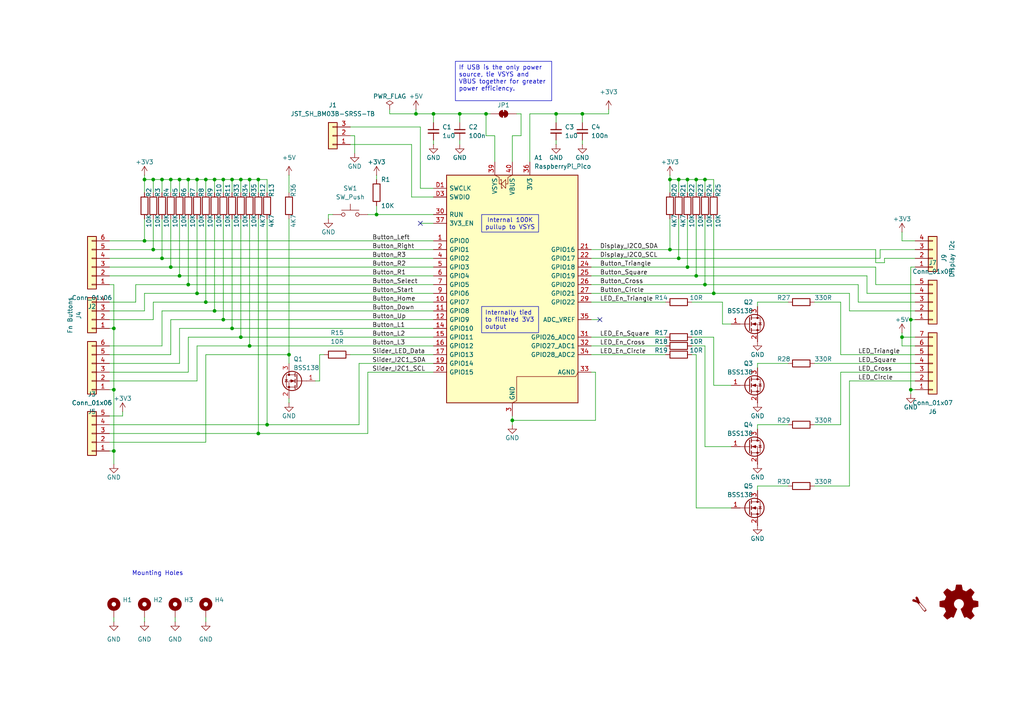
<source format=kicad_sch>
(kicad_sch (version 20250114) (generator "eeschema") (generator_version "9.0")
  (paper "A4")
  (title_block (title "DivaConIO") (date "2025-09-06") (rev "1.0") (company "Alexander Knapik"))
  (lib_symbols
    (symbol "Connector_Generic:Conn_01x03" (pin_names (offset 1.016) (hide yes))
      (property "Reference" "J" (at 0 5.08 0))
      (property "Value" "Conn_01x03" (at 0 -5.08 0))
      (symbol "Conn_01x03_1_1"
        (pin passive line (at -5.08 2.54 0) (length 3.81) (name "Pin_1") (number "1"))
        (pin passive line (at -5.08 0 0) (length 3.81) (name "Pin_2") (number "2"))
        (pin passive line (at -5.08 -2.54 0) (length 3.81) (name "Pin_3") (number "3"))
      )
    )
    (symbol "Connector_Generic:Conn_01x04" (pin_names (offset 1.016) (hide yes))
      (property "Reference" "J" (at 0 5.08 0))
      (property "Value" "Conn_01x04" (at 0 -7.62 0))
      (symbol "Conn_01x04_1_1"
        (pin passive line (at -5.08 2.54 0) (length 3.81) (name "Pin_1") (number "1"))
        (pin passive line (at -5.08 0 0) (length 3.81) (name "Pin_2") (number "2"))
        (pin passive line (at -5.08 -2.54 0) (length 3.81) (name "Pin_3") (number "3"))
        (pin passive line (at -5.08 -5.08 0) (length 3.81) (name "Pin_4") (number "4"))
      )
    )
    (symbol "Connector_Generic:Conn_01x05" (pin_names (offset 1.016) (hide yes))
      (property "Reference" "J" (at 0 7.62 0))
      (property "Value" "Conn_01x05" (at 0 -7.62 0))
      (symbol "Conn_01x05_1_1"
        (pin passive line (at -5.08 5.08 0) (length 3.81) (name "Pin_1") (number "1"))
        (pin passive line (at -5.08 2.54 0) (length 3.81) (name "Pin_2") (number "2"))
        (pin passive line (at -5.08 0 0) (length 3.81) (name "Pin_3") (number "3"))
        (pin passive line (at -5.08 -2.54 0) (length 3.81) (name "Pin_4") (number "4"))
        (pin passive line (at -5.08 -5.08 0) (length 3.81) (name "Pin_5") (number "5"))
      )
    )
    (symbol "Connector_Generic:Conn_01x06" (pin_names (offset 1.016) (hide yes))
      (property "Reference" "J" (at 0 7.62 0))
      (property "Value" "Conn_01x06" (at 0 -10.16 0))
      (symbol "Conn_01x06_1_1"
        (pin passive line (at -5.08 5.08 0) (length 3.81) (name "Pin_1") (number "1"))
        (pin passive line (at -5.08 2.54 0) (length 3.81) (name "Pin_2") (number "2"))
        (pin passive line (at -5.08 0 0) (length 3.81) (name "Pin_3") (number "3"))
        (pin passive line (at -5.08 -2.54 0) (length 3.81) (name "Pin_4") (number "4"))
        (pin passive line (at -5.08 -5.08 0) (length 3.81) (name "Pin_5") (number "5"))
        (pin passive line (at -5.08 -7.62 0) (length 3.81) (name "Pin_6") (number "6"))
      )
    )
    (symbol "Connector_Generic:Conn_01x07" (pin_names (offset 1.016) (hide yes))
      (property "Reference" "J" (at 0 10.16 0))
      (property "Value" "Conn_01x07" (at 0 -10.16 0))
      (symbol "Conn_01x07_1_1"
        (pin passive line (at -5.08 7.62 0) (length 3.81) (name "Pin_1") (number "1"))
        (pin passive line (at -5.08 5.08 0) (length 3.81) (name "Pin_2") (number "2"))
        (pin passive line (at -5.08 2.54 0) (length 3.81) (name "Pin_3") (number "3"))
        (pin passive line (at -5.08 0 0) (length 3.81) (name "Pin_4") (number "4"))
        (pin passive line (at -5.08 -2.54 0) (length 3.81) (name "Pin_5") (number "5"))
        (pin passive line (at -5.08 -5.08 0) (length 3.81) (name "Pin_6") (number "6"))
        (pin passive line (at -5.08 -7.62 0) (length 3.81) (name "Pin_7") (number "7"))
      )
    )
    (symbol "CustomLogos:Leek" (pin_names (offset 1.016)) (in_bom no) (on_board no))
    (symbol "Device:C_Small" (pin_numbers (hide yes)) (pin_names (offset 0.254) (hide yes))
      (property "Reference" "C" (at 0.254 1.778 0))
      (property "Value" "C_Small" (at 0.254 -2.032 0))
      (symbol "C_Small_1_1"
        (pin passive line (at 0 2.54 270) (length 2.032) (name "~") (number "1"))
        (pin passive line (at 0 -2.54 90) (length 2.032) (name "~") (number "2"))
      )
    )
    (symbol "Device:R" (pin_numbers (hide yes)) (pin_names (offset 0))
      (property "Reference" "R" (at 2.032 0 90))
      (property "Value" "R" (at 0 0 90))
      (symbol "R_1_1"
        (pin passive line (at 0 3.81 270) (length 1.27) (name "~") (number "1"))
        (pin passive line (at 0 -3.81 90) (length 1.27) (name "~") (number "2"))
      )
    )
    (symbol "Graphic:Logo_Open_Hardware_Small" (in_bom no) (on_board no))
    (symbol "MCU_Module:RaspberryPi_Pico_Debug" (pin_names (offset 0.762))
      (property "Reference" "A" (at -19.05 35.56 0))
      (property "Value" "RaspberryPi_Pico" (at 7.62 35.56 0))
      (symbol "RaspberryPi_Pico_Debug_1_1"
        (pin input line (at -22.86 30.48 0) (length 3.81) (name "SWCLK") (number "D1"))
        (pin bidirectional line (at -22.86 27.94 0) (length 3.81) (name "SWDIO") (number "D3"))
        (pin passive line (at -22.86 22.86 0) (length 3.81) (name "RUN") (number "30"))
        (pin passive line (at -22.86 20.32 0) (length 3.81) (name "3V3_EN") (number "37"))
        (pin bidirectional line (at -22.86 15.24 0) (length 3.81) (name "GPIO0") (number "1"))
        (pin bidirectional line (at -22.86 12.7 0) (length 3.81) (name "GPIO1") (number "2"))
        (pin bidirectional line (at -22.86 10.16 0) (length 3.81) (name "GPIO2") (number "4"))
        (pin bidirectional line (at -22.86 7.62 0) (length 3.81) (name "GPIO3") (number "5"))
        (pin bidirectional line (at -22.86 5.08 0) (length 3.81) (name "GPIO4") (number "6"))
        (pin bidirectional line (at -22.86 2.54 0) (length 3.81) (name "GPIO5") (number "7"))
        (pin bidirectional line (at -22.86 0 0) (length 3.81) (name "GPIO6") (number "9"))
        (pin bidirectional line (at -22.86 -2.54 0) (length 3.81) (name "GPIO7") (number "10"))
        (pin bidirectional line (at -22.86 -5.08 0) (length 3.81) (name "GPIO8") (number "11"))
        (pin bidirectional line (at -22.86 -7.62 0) (length 3.81) (name "GPIO9") (number "12"))
        (pin bidirectional line (at -22.86 -10.16 0) (length 3.81) (name "GPIO10") (number "14"))
        (pin bidirectional line (at -22.86 -12.7 0) (length 3.81) (name "GPIO11") (number "15"))
        (pin bidirectional line (at -22.86 -15.24 0) (length 3.81) (name "GPIO12") (number "16"))
        (pin bidirectional line (at -22.86 -17.78 0) (length 3.81) (name "GPIO13") (number "17"))
        (pin bidirectional line (at -22.86 -20.32 0) (length 3.81) (name "GPIO14") (number "19"))
        (pin bidirectional line (at -22.86 -22.86 0) (length 3.81) (name "GPIO15") (number "20"))
        (pin power_in line (at -5.08 38.1 270) (length 3.81) (name "VSYS") (number "39"))
        (pin power_out line (at 0 38.1 270) (length 3.81) (name "VBUS") (number "40"))
        (pin passive line (at 0 -35.56 90) (length 3.81) (hide yes) (name "GND") (number "13"))
        (pin passive line (at 0 -35.56 90) (length 3.81) (hide yes) (name "GND") (number "18"))
        (pin passive line (at 0 -35.56 90) (length 3.81) (hide yes) (name "GND") (number "23"))
        (pin passive line (at 0 -35.56 90) (length 3.81) (hide yes) (name "GND") (number "28"))
        (pin power_out line (at 0 -35.56 90) (length 3.81) (name "GND") (number "3"))
        (pin passive line (at 0 -35.56 90) (length 3.81) (hide yes) (name "GND") (number "38"))
        (pin passive line (at 0 -35.56 90) (length 3.81) (hide yes) (name "GND") (number "8"))
        (pin passive line (at 0 -35.56 90) (length 3.81) (hide yes) (name "GND") (number "D2"))
        (pin power_out line (at 5.08 38.1 270) (length 3.81) (name "3V3") (number "36"))
        (pin bidirectional line (at 22.86 12.7 180) (length 3.81) (name "GPIO16") (number "21"))
        (pin bidirectional line (at 22.86 10.16 180) (length 3.81) (name "GPIO17") (number "22"))
        (pin bidirectional line (at 22.86 7.62 180) (length 3.81) (name "GPIO18") (number "24"))
        (pin bidirectional line (at 22.86 5.08 180) (length 3.81) (name "GPIO19") (number "25"))
        (pin bidirectional line (at 22.86 2.54 180) (length 3.81) (name "GPIO20") (number "26"))
        (pin bidirectional line (at 22.86 0 180) (length 3.81) (name "GPIO21") (number "27"))
        (pin bidirectional line (at 22.86 -2.54 180) (length 3.81) (name "GPIO22") (number "29"))
        (pin power_in line (at 22.86 -7.62 180) (length 3.81) (name "ADC_VREF") (number "35"))
        (pin bidirectional line (at 22.86 -12.7 180) (length 3.81) (name "GPIO26_ADC0") (number "31"))
        (pin bidirectional line (at 22.86 -15.24 180) (length 3.81) (name "GPIO27_ADC1") (number "32"))
        (pin bidirectional line (at 22.86 -17.78 180) (length 3.81) (name "GPIO28_ADC2") (number "34"))
        (pin power_out line (at 22.86 -22.86 180) (length 3.81) (name "AGND") (number "33"))
      )
    )
    (symbol "Mechanical:MountingHole_Pad" (pin_numbers (hide yes)) (pin_names (offset 1.016) (hide yes)) (exclude_from_sim yes) (in_bom no)
      (property "Reference" "H" (at 0 6.35 0))
      (property "Value" "MountingHole_Pad" (at 0 4.445 0))
      (symbol "MountingHole_Pad_1_1"
        (pin input line (at 0 -2.54 90) (length 2.54) (name "1") (number "1"))
      )
    )
    (symbol "SolderJumper_2_Bridged_1" (pin_numbers (hide yes)) (pin_names (offset 0) (hide yes)) (in_bom no)
      (property "Reference" "JP" (at 0 2.032 0))
      (property "Value" "SolderJumper_2_Bridged" (at 0 -2.54 0))
      (symbol "SolderJumper_2_Bridged_1_1_1"
        (pin passive line (at -3.81 0 0) (length 2.54) (name "A") (number "1"))
        (pin passive line (at 3.81 0 180) (length 2.54) (name "B") (number "2"))
      )
    )
    (symbol "Switch:SW_Push" (pin_numbers (hide yes)) (pin_names (offset 1.016) (hide yes))
      (property "Reference" "SW" (at 1.27 2.54 0))
      (property "Value" "SW_Push" (at 0 -1.524 0))
      (symbol "SW_Push_0_1"
        (pin passive line (at -5.08 0 0) (length 2.54) (name "1") (number "1"))
        (pin passive line (at 5.08 0 180) (length 2.54) (name "2") (number "2"))
      )
    )
    (symbol "Transistor_FET:BSS138" (pin_names (offset 0) (hide yes))
      (property "Reference" "Q" (at 5.08 1.905 0))
      (property "Value" "BSS138" (at 5.08 0 0))
      (symbol "BSS138_1_1"
        (pin input line (at -5.08 0 0) (length 2.54) (name "G") (number "1"))
        (pin passive line (at 2.54 5.08 270) (length 2.54) (name "D") (number "3"))
        (pin passive line (at 2.54 -5.08 90) (length 2.54) (name "S") (number "2"))
      )
    )
    (symbol "power:+3V3" (power) (pin_numbers (hide yes)) (pin_names (offset 0) (hide yes))
      (property "Value" "+3V3" (at 0 3.556 0))
      (symbol "+3V3_1_1"
        (pin power_in line (at 0 0 90) (length 0) (name "~") (number "1"))
      )
    )
    (symbol "power:+5V" (power) (pin_numbers (hide yes)) (pin_names (offset 0) (hide yes))
      (property "Value" "+5V" (at 0 3.556 0))
      (symbol "+5V_1_1"
        (pin power_in line (at 0 0 90) (length 0) (name "~") (number "1"))
      )
    )
    (symbol "power:GND" (power) (pin_numbers (hide yes)) (pin_names (offset 0) (hide yes))
      (property "Value" "GND" (at 0 -3.81 0))
      (symbol "GND_1_1"
        (pin power_in line (at 0 0 270) (length 0) (name "~") (number "1"))
      )
    )
    (symbol "power:PWR_FLAG" (power) (pin_numbers (hide yes)) (pin_names (offset 0) (hide yes))
      (property "Value" "PWR_FLAG" (at 0 3.81 0))
      (symbol "PWR_FLAG_0_0"
        (pin power_out line (at 0 0 90) (length 0) (name "~") (number "1"))
      )
    )
  )
  (text "Mounting Holes" (at 45.72 166.37 0) (effects (font (size 1.27 1.27))))
  (text_box "Internally tied to filtered 3V3 output" (at 139.7 88.9 0) (size 16.51 7.62) (margins 0.9525 0.9525 0.9525 0.9525) (effects (font (size 1.27 1.27)) (justify left top)))
  (text_box "If USB is the only power source, tie VSYS and VBUS together for greater power efficiency." (at 132.08 17.78 0) (size 27.94 11.43) (margins 0.9525 0.9525 0.9525 0.9525) (effects (font (size 1.27 1.27)) (justify left top)))
  (text_box "Internal 100K pullup to VSYS" (at 139.7 62.23 0) (size 16.51 5.08) (margins 0.9525 0.9525 0.9525 0.9525) (effects (font (size 1.27 1.27))))
  (junction (at 199.39 52.07))
  (junction (at 168.91 33.02))
  (junction (at 261.62 97.79))
  (junction (at 204.47 82.55))
  (junction (at 57.15 52.07))
  (junction (at 264.16 92.71))
  (junction (at 44.45 52.07))
  (junction (at 44.45 72.39))
  (junction (at 59.69 87.63))
  (junction (at 201.93 80.01))
  (junction (at 140.97 33.02))
  (junction (at 52.07 52.07))
  (junction (at 62.23 52.07))
  (junction (at 77.47 123.19))
  (junction (at 201.93 52.07))
  (junction (at 199.39 77.47))
  (junction (at 196.85 74.93))
  (junction (at 69.85 52.07))
  (junction (at 74.93 125.73))
  (junction (at 109.22 62.23))
  (junction (at 69.85 97.79))
  (junction (at 33.02 130.81))
  (junction (at 41.91 52.07))
  (junction (at 64.77 52.07))
  (junction (at 207.01 85.09))
  (junction (at 133.35 33.02))
  (junction (at 54.61 82.55))
  (junction (at 148.59 121.92))
  (junction (at 125.73 33.02))
  (junction (at 72.39 100.33))
  (junction (at 54.61 52.07))
  (junction (at 264.16 113.03))
  (junction (at 74.93 52.07))
  (junction (at 49.53 52.07))
  (junction (at 67.31 95.25))
  (junction (at 52.07 80.01))
  (junction (at 194.31 52.07))
  (junction (at 62.23 90.17))
  (junction (at 57.15 85.09))
  (junction (at 161.29 33.02))
  (junction (at 204.47 52.07))
  (junction (at 67.31 52.07))
  (junction (at 83.82 102.87))
  (junction (at 33.02 113.03))
  (junction (at 46.99 52.07))
  (junction (at 33.02 95.25))
  (junction (at 59.69 52.07))
  (junction (at 46.99 74.93))
  (junction (at 41.91 69.85))
  (junction (at 64.77 92.71))
  (junction (at 120.65 33.02))
  (junction (at 194.31 72.39))
  (junction (at 72.39 52.07))
  (junction (at 196.85 52.07))
  (junction (at 49.53 77.47))
  (no_connect (at 173.99 92.71))
  (no_connect (at 121.92 64.77))
  (wire (pts (xy 133.35 33.02) (xy 133.35 35.56)))
  (wire (pts (xy 41.91 179.07) (xy 41.91 180.34)))
  (wire (pts (xy 62.23 52.07) (xy 62.23 55.88)))
  (wire (pts (xy 69.85 55.88) (xy 69.85 52.07)))
  (wire (pts (xy 200.66 87.63) (xy 209.55 87.63)))
  (wire (pts (xy 172.72 107.95) (xy 172.72 121.92)))
  (wire (pts (xy 171.45 74.93) (xy 196.85 74.93)))
  (wire (pts (xy 54.61 52.07) (xy 57.15 52.07)))
  (wire (pts (xy 52.07 95.25) (xy 52.07 105.41)))
  (wire (pts (xy 243.84 107.95) (xy 265.43 107.95)))
  (wire (pts (xy 140.97 33.02) (xy 142.24 33.02)))
  (wire (pts (xy 264.16 77.47) (xy 265.43 77.47)))
  (wire (pts (xy 168.91 40.64) (xy 168.91 41.91)))
  (wire (pts (xy 246.38 110.49) (xy 265.43 110.49)))
  (wire (pts (xy 151.13 39.37) (xy 151.13 33.02)))
  (wire (pts (xy 196.85 52.07) (xy 199.39 52.07)))
  (wire (pts (xy 121.92 54.61) (xy 125.73 54.61)))
  (wire (pts (xy 77.47 123.19) (xy 104.14 123.19)))
  (wire (pts (xy 261.62 97.79) (xy 261.62 100.33)))
  (wire (pts (xy 201.93 102.87) (xy 201.93 147.32)))
  (wire (pts (xy 31.75 107.95) (xy 54.61 107.95)))
  (wire (pts (xy 31.75 95.25) (xy 33.02 95.25)))
  (wire (pts (xy 228.6 87.63) (xy 219.71 87.63)))
  (wire (pts (xy 200.66 102.87) (xy 201.93 102.87)))
  (wire (pts (xy 243.84 123.19) (xy 243.84 107.95)))
  (wire (pts (xy 254 77.47) (xy 254 82.55)))
  (wire (pts (xy 52.07 63.5) (xy 52.07 80.01)))
  (wire (pts (xy 261.62 100.33) (xy 265.43 100.33)))
  (wire (pts (xy 44.45 52.07) (xy 44.45 55.88)))
  (wire (pts (xy 172.72 107.95) (xy 171.45 107.95)))
  (wire (pts (xy 67.31 55.88) (xy 67.31 52.07)))
  (wire (pts (xy 49.53 77.47) (xy 125.73 77.47)))
  (wire (pts (xy 49.53 52.07) (xy 49.53 55.88)))
  (wire (pts (xy 49.53 52.07) (xy 52.07 52.07)))
  (wire (pts (xy 64.77 63.5) (xy 64.77 92.71)))
  (wire (pts (xy 254 82.55) (xy 265.43 82.55)))
  (wire (pts (xy 204.47 82.55) (xy 248.92 82.55)))
  (wire (pts (xy 31.75 82.55) (xy 33.02 82.55)))
  (wire (pts (xy 261.62 69.85) (xy 265.43 69.85)))
  (wire (pts (xy 264.16 113.03) (xy 265.43 113.03)))
  (wire (pts (xy 74.93 63.5) (xy 74.93 125.73)))
  (wire (pts (xy 199.39 77.47) (xy 254 77.47)))
  (wire (pts (xy 125.73 40.64) (xy 125.73 41.91)))
  (wire (pts (xy 31.75 120.65) (xy 35.56 120.65)))
  (wire (pts (xy 219.71 87.63) (xy 219.71 88.9)))
  (wire (pts (xy 102.87 39.37) (xy 101.6 39.37)))
  (wire (pts (xy 199.39 63.5) (xy 199.39 77.47)))
  (wire (pts (xy 31.75 130.81) (xy 33.02 130.81)))
  (wire (pts (xy 41.91 52.07) (xy 41.91 55.88)))
  (wire (pts (xy 83.82 50.8) (xy 83.82 55.88)))
  (wire (pts (xy 168.91 33.02) (xy 161.29 33.02)))
  (wire (pts (xy 254 76.2) (xy 254 72.39)))
  (wire (pts (xy 113.03 31.75) (xy 113.03 33.02)))
  (wire (pts (xy 264.16 114.3) (xy 264.16 113.03)))
  (wire (pts (xy 31.75 125.73) (xy 74.93 125.73)))
  (wire (pts (xy 52.07 52.07) (xy 54.61 52.07)))
  (wire (pts (xy 52.07 52.07) (xy 52.07 55.88)))
  (wire (pts (xy 196.85 52.07) (xy 196.85 55.88)))
  (wire (pts (xy 92.71 102.87) (xy 92.71 110.49)))
  (wire (pts (xy 264.16 77.47) (xy 264.16 92.71)))
  (wire (pts (xy 204.47 100.33) (xy 204.47 129.54)))
  (wire (pts (xy 59.69 102.87) (xy 59.69 128.27)))
  (wire (pts (xy 101.6 36.83) (xy 121.92 36.83)))
  (wire (pts (xy 46.99 100.33) (xy 31.75 100.33)))
  (wire (pts (xy 121.92 54.61) (xy 121.92 36.83)))
  (wire (pts (xy 59.69 102.87) (xy 83.82 102.87)))
  (wire (pts (xy 119.38 41.91) (xy 119.38 57.15)))
  (wire (pts (xy 236.22 105.41) (xy 265.43 105.41)))
  (wire (pts (xy 201.93 147.32) (xy 212.09 147.32)))
  (wire (pts (xy 148.59 46.99) (xy 148.59 39.37)))
  (wire (pts (xy 101.6 102.87) (xy 125.73 102.87)))
  (wire (pts (xy 209.55 87.63) (xy 209.55 93.98)))
  (wire (pts (xy 171.45 92.71) (xy 173.99 92.71)))
  (wire (pts (xy 140.97 33.02) (xy 140.97 39.37)))
  (wire (pts (xy 143.51 46.99) (xy 143.51 39.37)))
  (wire (pts (xy 72.39 63.5) (xy 72.39 100.33)))
  (wire (pts (xy 46.99 52.07) (xy 49.53 52.07)))
  (wire (pts (xy 62.23 63.5) (xy 62.23 90.17)))
  (wire (pts (xy 153.67 33.02) (xy 161.29 33.02)))
  (wire (pts (xy 49.53 63.5) (xy 49.53 77.47)))
  (wire (pts (xy 31.75 105.41) (xy 52.07 105.41)))
  (wire (pts (xy 46.99 90.17) (xy 62.23 90.17)))
  (wire (pts (xy 243.84 102.87) (xy 265.43 102.87)))
  (wire (pts (xy 54.61 97.79) (xy 54.61 107.95)))
  (wire (pts (xy 255.27 72.39) (xy 265.43 72.39)))
  (wire (pts (xy 121.92 64.77) (xy 125.73 64.77)))
  (wire (pts (xy 101.6 41.91) (xy 119.38 41.91)))
  (wire (pts (xy 171.45 97.79) (xy 193.04 97.79)))
  (wire (pts (xy 106.68 107.95) (xy 106.68 125.73)))
  (wire (pts (xy 33.02 95.25) (xy 33.02 113.03)))
  (wire (pts (xy 176.53 31.75) (xy 176.53 33.02)))
  (wire (pts (xy 161.29 33.02) (xy 161.29 35.56)))
  (wire (pts (xy 41.91 69.85) (xy 125.73 69.85)))
  (wire (pts (xy 219.71 105.41) (xy 219.71 106.68)))
  (wire (pts (xy 93.98 102.87) (xy 92.71 102.87)))
  (wire (pts (xy 256.54 74.93) (xy 256.54 76.2)))
  (wire (pts (xy 59.69 52.07) (xy 59.69 55.88)))
  (wire (pts (xy 39.37 82.55) (xy 54.61 82.55)))
  (wire (pts (xy 236.22 123.19) (xy 243.84 123.19)))
  (wire (pts (xy 171.45 77.47) (xy 199.39 77.47)))
  (wire (pts (xy 256.54 76.2) (xy 254 76.2)))
  (wire (pts (xy 125.73 33.02) (xy 125.73 35.56)))
  (wire (pts (xy 44.45 52.07) (xy 46.99 52.07)))
  (wire (pts (xy 62.23 52.07) (xy 64.77 52.07)))
  (wire (pts (xy 246.38 85.09) (xy 207.01 85.09)))
  (wire (pts (xy 125.73 107.95) (xy 106.68 107.95)))
  (wire (pts (xy 251.46 80.01) (xy 201.93 80.01)))
  (wire (pts (xy 59.69 128.27) (xy 31.75 128.27)))
  (wire (pts (xy 31.75 113.03) (xy 33.02 113.03)))
  (wire (pts (xy 77.47 55.88) (xy 77.47 52.07)))
  (wire (pts (xy 46.99 74.93) (xy 125.73 74.93)))
  (wire (pts (xy 31.75 77.47) (xy 49.53 77.47)))
  (wire (pts (xy 171.45 102.87) (xy 193.04 102.87)))
  (wire (pts (xy 41.91 50.8) (xy 41.91 52.07)))
  (wire (pts (xy 72.39 52.07) (xy 69.85 52.07)))
  (wire (pts (xy 196.85 74.93) (xy 255.27 74.93)))
  (wire (pts (xy 209.55 93.98) (xy 212.09 93.98)))
  (wire (pts (xy 54.61 63.5) (xy 54.61 82.55)))
  (wire (pts (xy 41.91 52.07) (xy 44.45 52.07)))
  (wire (pts (xy 125.73 33.02) (xy 133.35 33.02)))
  (wire (pts (xy 204.47 52.07) (xy 207.01 52.07)))
  (wire (pts (xy 113.03 33.02) (xy 120.65 33.02)))
  (wire (pts (xy 201.93 52.07) (xy 204.47 52.07)))
  (wire (pts (xy 77.47 63.5) (xy 77.47 123.19)))
  (wire (pts (xy 106.68 62.23) (xy 109.22 62.23)))
  (wire (pts (xy 248.92 87.63) (xy 265.43 87.63)))
  (wire (pts (xy 31.75 123.19) (xy 77.47 123.19)))
  (wire (pts (xy 133.35 40.64) (xy 133.35 41.91)))
  (wire (pts (xy 69.85 52.07) (xy 67.31 52.07)))
  (wire (pts (xy 201.93 63.5) (xy 201.93 80.01)))
  (wire (pts (xy 109.22 62.23) (xy 125.73 62.23)))
  (wire (pts (xy 171.45 85.09) (xy 207.01 85.09)))
  (wire (pts (xy 207.01 63.5) (xy 207.01 85.09)))
  (wire (pts (xy 31.75 74.93) (xy 46.99 74.93)))
  (wire (pts (xy 168.91 33.02) (xy 168.91 35.56)))
  (wire (pts (xy 95.25 62.23) (xy 96.52 62.23)))
  (wire (pts (xy 31.75 110.49) (xy 57.15 110.49)))
  (wire (pts (xy 95.25 63.5) (xy 95.25 62.23)))
  (wire (pts (xy 44.45 63.5) (xy 44.45 72.39)))
  (wire (pts (xy 151.13 39.37) (xy 148.59 39.37)))
  (wire (pts (xy 49.53 92.71) (xy 49.53 102.87)))
  (wire (pts (xy 67.31 52.07) (xy 64.77 52.07)))
  (wire (pts (xy 54.61 82.55) (xy 125.73 82.55)))
  (wire (pts (xy 102.87 39.37) (xy 102.87 44.45)))
  (wire (pts (xy 59.69 179.07) (xy 59.69 180.34)))
  (wire (pts (xy 83.82 102.87) (xy 83.82 105.41)))
  (wire (pts (xy 31.75 80.01) (xy 52.07 80.01)))
  (wire (pts (xy 83.82 115.57) (xy 83.82 116.84)))
  (wire (pts (xy 194.31 52.07) (xy 194.31 55.88)))
  (wire (pts (xy 50.8 179.07) (xy 50.8 180.34)))
  (wire (pts (xy 207.01 52.07) (xy 207.01 55.88)))
  (wire (pts (xy 46.99 90.17) (xy 46.99 100.33)))
  (wire (pts (xy 149.86 33.02) (xy 151.13 33.02)))
  (wire (pts (xy 228.6 123.19) (xy 219.71 123.19)))
  (wire (pts (xy 200.66 100.33) (xy 204.47 100.33)))
  (wire (pts (xy 59.69 63.5) (xy 59.69 87.63)))
  (wire (pts (xy 171.45 100.33) (xy 193.04 100.33)))
  (wire (pts (xy 44.45 87.63) (xy 59.69 87.63)))
  (wire (pts (xy 49.53 92.71) (xy 64.77 92.71)))
  (wire (pts (xy 39.37 87.63) (xy 39.37 82.55)))
  (wire (pts (xy 72.39 52.07) (xy 74.93 52.07)))
  (wire (pts (xy 57.15 63.5) (xy 57.15 85.09)))
  (wire (pts (xy 172.72 121.92) (xy 148.59 121.92)))
  (wire (pts (xy 261.62 96.52) (xy 261.62 97.79)))
  (wire (pts (xy 219.71 140.97) (xy 228.6 140.97)))
  (wire (pts (xy 33.02 179.07) (xy 33.02 180.34)))
  (wire (pts (xy 204.47 52.07) (xy 204.47 55.88)))
  (wire (pts (xy 153.67 33.02) (xy 153.67 46.99)))
  (wire (pts (xy 74.93 52.07) (xy 74.93 55.88)))
  (wire (pts (xy 236.22 140.97) (xy 246.38 140.97)))
  (wire (pts (xy 109.22 59.69) (xy 109.22 62.23)))
  (wire (pts (xy 264.16 92.71) (xy 264.16 113.03)))
  (wire (pts (xy 207.01 97.79) (xy 207.01 111.76)))
  (wire (pts (xy 57.15 100.33) (xy 57.15 110.49)))
  (wire (pts (xy 57.15 52.07) (xy 57.15 55.88)))
  (wire (pts (xy 265.43 90.17) (xy 246.38 90.17)))
  (wire (pts (xy 120.65 31.75) (xy 120.65 33.02)))
  (wire (pts (xy 246.38 90.17) (xy 246.38 85.09)))
  (wire (pts (xy 41.91 63.5) (xy 41.91 69.85)))
  (wire (pts (xy 59.69 87.63) (xy 125.73 87.63)))
  (wire (pts (xy 265.43 85.09) (xy 251.46 85.09)))
  (wire (pts (xy 33.02 82.55) (xy 33.02 95.25)))
  (wire (pts (xy 31.75 92.71) (xy 44.45 92.71)))
  (wire (pts (xy 133.35 33.02) (xy 140.97 33.02)))
  (wire (pts (xy 72.39 100.33) (xy 125.73 100.33)))
  (wire (pts (xy 140.97 39.37) (xy 143.51 39.37)))
  (wire (pts (xy 46.99 52.07) (xy 46.99 55.88)))
  (wire (pts (xy 33.02 113.03) (xy 33.02 130.81)))
  (wire (pts (xy 148.59 121.92) (xy 148.59 123.19)))
  (wire (pts (xy 31.75 72.39) (xy 44.45 72.39)))
  (wire (pts (xy 44.45 72.39) (xy 125.73 72.39)))
  (wire (pts (xy 248.92 82.55) (xy 248.92 87.63)))
  (wire (pts (xy 41.91 90.17) (xy 41.91 85.09)))
  (wire (pts (xy 196.85 63.5) (xy 196.85 74.93)))
  (wire (pts (xy 148.59 120.65) (xy 148.59 121.92)))
  (wire (pts (xy 67.31 95.25) (xy 125.73 95.25)))
  (wire (pts (xy 219.71 123.19) (xy 219.71 124.46)))
  (wire (pts (xy 251.46 85.09) (xy 251.46 80.01)))
  (wire (pts (xy 64.77 52.07) (xy 64.77 55.88)))
  (wire (pts (xy 199.39 52.07) (xy 199.39 55.88)))
  (wire (pts (xy 31.75 102.87) (xy 49.53 102.87)))
  (wire (pts (xy 246.38 140.97) (xy 246.38 110.49)))
  (wire (pts (xy 201.93 52.07) (xy 201.93 55.88)))
  (wire (pts (xy 77.47 52.07) (xy 74.93 52.07)))
  (wire (pts (xy 200.66 97.79) (xy 207.01 97.79)))
  (wire (pts (xy 57.15 100.33) (xy 72.39 100.33)))
  (wire (pts (xy 64.77 92.71) (xy 125.73 92.71)))
  (wire (pts (xy 31.75 87.63) (xy 39.37 87.63)))
  (wire (pts (xy 62.23 52.07) (xy 59.69 52.07)))
  (wire (pts (xy 204.47 63.5) (xy 204.47 82.55)))
  (wire (pts (xy 194.31 50.8) (xy 194.31 52.07)))
  (wire (pts (xy 171.45 80.01) (xy 201.93 80.01)))
  (wire (pts (xy 194.31 63.5) (xy 194.31 72.39)))
  (wire (pts (xy 69.85 63.5) (xy 69.85 97.79)))
  (wire (pts (xy 54.61 52.07) (xy 54.61 55.88)))
  (wire (pts (xy 31.75 69.85) (xy 41.91 69.85)))
  (wire (pts (xy 69.85 97.79) (xy 125.73 97.79)))
  (wire (pts (xy 119.38 57.15) (xy 125.73 57.15)))
  (wire (pts (xy 171.45 82.55) (xy 204.47 82.55)))
  (wire (pts (xy 74.93 125.73) (xy 106.68 125.73)))
  (wire (pts (xy 261.62 97.79) (xy 265.43 97.79)))
  (wire (pts (xy 204.47 129.54) (xy 212.09 129.54)))
  (wire (pts (xy 243.84 87.63) (xy 243.84 102.87)))
  (wire (pts (xy 54.61 97.79) (xy 69.85 97.79)))
  (wire (pts (xy 104.14 123.19) (xy 104.14 105.41)))
  (wire (pts (xy 67.31 63.5) (xy 67.31 95.25)))
  (wire (pts (xy 62.23 90.17) (xy 125.73 90.17)))
  (wire (pts (xy 109.22 50.8) (xy 109.22 52.07)))
  (wire (pts (xy 52.07 95.25) (xy 67.31 95.25)))
  (wire (pts (xy 57.15 52.07) (xy 59.69 52.07)))
  (wire (pts (xy 171.45 87.63) (xy 193.04 87.63)))
  (wire (pts (xy 46.99 63.5) (xy 46.99 74.93)))
  (wire (pts (xy 83.82 63.5) (xy 83.82 102.87)))
  (wire (pts (xy 194.31 52.07) (xy 196.85 52.07)))
  (wire (pts (xy 104.14 105.41) (xy 125.73 105.41)))
  (wire (pts (xy 219.71 142.24) (xy 219.71 140.97)))
  (wire (pts (xy 120.65 33.02) (xy 125.73 33.02)))
  (wire (pts (xy 31.75 90.17) (xy 41.91 90.17)))
  (wire (pts (xy 33.02 130.81) (xy 33.02 134.62)))
  (wire (pts (xy 199.39 52.07) (xy 201.93 52.07)))
  (wire (pts (xy 207.01 111.76) (xy 212.09 111.76)))
  (wire (pts (xy 72.39 55.88) (xy 72.39 52.07)))
  (wire (pts (xy 35.56 120.65) (xy 35.56 119.38)))
  (wire (pts (xy 161.29 40.64) (xy 161.29 41.91)))
  (wire (pts (xy 255.27 72.39) (xy 255.27 74.93)))
  (wire (pts (xy 261.62 67.31) (xy 261.62 69.85)))
  (wire (pts (xy 194.31 72.39) (xy 254 72.39)))
  (wire (pts (xy 168.91 33.02) (xy 176.53 33.02)))
  (wire (pts (xy 57.15 85.09) (xy 125.73 85.09)))
  (wire (pts (xy 52.07 80.01) (xy 125.73 80.01)))
  (wire (pts (xy 92.71 110.49) (xy 91.44 110.49)))
  (wire (pts (xy 44.45 92.71) (xy 44.45 87.63)))
  (wire (pts (xy 256.54 74.93) (xy 265.43 74.93)))
  (wire (pts (xy 228.6 105.41) (xy 219.71 105.41)))
  (wire (pts (xy 236.22 87.63) (xy 243.84 87.63)))
  (wire (pts (xy 41.91 85.09) (xy 57.15 85.09)))
  (wire (pts (xy 264.16 92.71) (xy 265.43 92.71)))
  (wire (pts (xy 171.45 72.39) (xy 194.31 72.39)))
  (label "LED_Square" (at 248.8943 105.41 0))
  (label "Button_Select" (at 107.95 82.55 0))
  (label "Button_Down" (at 107.95 90.17 0))
  (label "Button_Cross" (at 173.99 82.55 0))
  (label "Button_L3" (at 107.95 100.33 0))
  (label "Slider_LED_Data" (at 107.95 102.87 0))
  (label "Display_I2C0_SDA" (at 173.99 72.39 0))
  (label "Button_Start" (at 107.95 85.09 0))
  (label "Button_Home" (at 107.95 87.63 0))
  (label "Button_Left" (at 107.95 69.85 0))
  (label "Button_R3" (at 107.95 74.93 0))
  (label "Button_Triangle" (at 173.99 77.47 0))
  (label "LED_En_Circle" (at 173.99 102.87 0))
  (label "Button_L1" (at 107.95 95.25 0))
  (label "Display_I2C0_SCL" (at 173.99 74.93 0))
  (label "Button_Right" (at 107.95 72.39 0))
  (label "Button_Circle" (at 173.99 85.09 0))
  (label "LED_En_Cross" (at 173.99 100.33 0))
  (label "Slider_I2C1_SDA" (at 107.95 105.41 0))
  (label "Button_R1" (at 107.95 80.01 0))
  (label "LED_En_Square" (at 173.99 97.79 0))
  (label "Button_Up" (at 107.95 92.71 0))
  (label "LED_Triangle" (at 248.8943 102.87 0))
  (label "LED_Circle" (at 248.8943 110.49 0))
  (label "LED_En_Triangle" (at 173.99 87.63 0))
  (label "Button_Square" (at 173.99 80.01 0))
  (label "Button_L2" (at 107.95 97.79 0))
  (label "Button_R2" (at 107.95 77.47 0))
  (label "Slider_I2C1_SCL" (at 107.95 107.95 0))
  (label "LED_Cross" (at 248.8943 107.95 0))
  (symbol (lib_id "Transistor_FET:BSS138") (at 217.17 129.54 0) (unit 1)
    (property "Reference" "Q4" (at 218.44 123.19 0) (effects (justify right)))
    (property "Value" "BSS138" (at 218.44 125.73 0) (effects (justify right)))
    (property "Footprint" "Package_TO_SOT_SMD:SOT-23" (effects (hide yes)))
    (property "Datasheet" "https://www.onsemi.com/pub/Collateral/BSS138-D.PDF" (effects (hide yes)))
    (property "Description" "50V Vds, 0.22A Id, N-Channel MOSFET, SOT-23" (effects (hide yes)))
  )
  (symbol (lib_id "Device:R") (at 207.01 59.69 0) (unit 1)
    (property "Reference" "R25" (at 208.28 57.15 90) (effects (justify left)))
    (property "Value" "10K" (at 208.28 66.04 90) (effects (justify left)))
    (property "Footprint" "Resistor_SMD:R_0603_1608Metric" (effects (hide yes)))
    (property "Description" "Resistor" (effects (hide yes)))
  )
  (symbol (lib_id "Device:C_Small") (at 125.73 38.1 0) (unit 1)
    (property "Reference" "C1" (at 128.27 36.8362 0) (effects (justify left)))
    (property "Value" "1u0" (at 128.27 39.3762 0) (effects (justify left)))
    (property "Footprint" "Capacitor_SMD:C_0603_1608Metric" (effects (hide yes)))
    (property "Description" "Unpolarized capacitor, small symbol" (effects (hide yes)))
  )
  (symbol (lib_id "power:GND") (at 219.71 99.06 0) (unit 1)
    (property "Reference" "#PWR013" (effects (hide yes)))
    (property "Value" "GND" (at 219.71 102.87 0))
    (property "Description" "Power symbol creates a global label with name \"GND\" , ground" (effects (hide yes)))
  )
  (symbol (lib_id "Device:R") (at 64.77 59.69 0) (unit 1)
    (property "Reference" "R11" (at 66.04 57.15 90) (effects (justify left)))
    (property "Value" "10K" (at 66.04 66.04 90) (effects (justify left)))
    (property "Footprint" "Resistor_SMD:R_0603_1608Metric" (effects (hide yes)))
    (property "Description" "Resistor" (effects (hide yes)))
  )
  (symbol (lib_id "power:+3V3") (at 41.91 50.8 0) (mirror y) (unit 1)
    (property "Reference" "#PWR08" (effects (hide yes)))
    (property "Value" "+3V3" (at 41.91 46.99 0))
    (property "Description" "Power symbol creates a global label with name \"+3V3\"" (effects (hide yes)))
  )
  (symbol (lib_id "Connector_Generic:Conn_01x05") (at 270.51 87.63 0) (mirror x) (unit 1)
    (property "Reference" "J7" (at 270.51 76.2 0))
    (property "Value" "Conn_01x05" (at 270.51 78.74 0))
    (property "Footprint" "Connector_JST:JST_PH_B5B-PH-SM4-TB_1x05-1MP_P2.00mm_Vertical" (effects (hide yes)))
    (property "Description" "Generic connector, single row, 01x05, script generated (kicad-library-utils/schlib/autogen/connector/)" (effects (hide yes)))
  )
  (symbol (lib_id "Device:C_Small") (at 168.91 38.1 0) (unit 1)
    (property "Reference" "C4" (at 171.45 36.8362 0) (effects (justify left)))
    (property "Value" "100n" (at 171.45 39.3762 0) (effects (justify left)))
    (property "Footprint" "Capacitor_SMD:C_0603_1608Metric" (effects (hide yes)))
    (property "Description" "Unpolarized capacitor, small symbol" (effects (hide yes)))
  )
  (symbol (lib_id "power:GND") (at 102.87 44.45 0) (unit 1)
    (property "Reference" "#PWR07" (effects (hide yes)))
    (property "Value" "GND" (at 102.87 48.26 0))
    (property "Description" "Power symbol creates a global label with name \"GND\" , ground" (effects (hide yes)))
  )
  (symbol (lib_id "Device:R") (at 54.61 59.69 0) (unit 1)
    (property "Reference" "R7" (at 55.88 57.15 90) (effects (justify left)))
    (property "Value" "10K" (at 55.88 66.04 90) (effects (justify left)))
    (property "Footprint" "Resistor_SMD:R_0603_1608Metric" (effects (hide yes)))
    (property "Description" "Resistor" (effects (hide yes)))
  )
  (symbol (lib_id "power:GND") (at 161.29 41.91 0) (mirror y) (unit 1)
    (property "Reference" "#PWR05" (effects (hide yes)))
    (property "Value" "GND" (at 161.29 45.72 0))
    (property "Description" "Power symbol creates a global label with name \"GND\" , ground" (effects (hide yes)))
  )
  (symbol (lib_id "Transistor_FET:BSS138") (at 217.17 111.76 0) (unit 1)
    (property "Reference" "Q3" (at 218.44 105.41 0) (effects (justify right)))
    (property "Value" "BSS138" (at 218.44 107.95 0) (effects (justify right)))
    (property "Footprint" "Package_TO_SOT_SMD:SOT-23" (effects (hide yes)))
    (property "Datasheet" "https://www.onsemi.com/pub/Collateral/BSS138-D.PDF" (effects (hide yes)))
    (property "Description" "50V Vds, 0.22A Id, N-Channel MOSFET, SOT-23" (effects (hide yes)))
  )
  (symbol (lib_id "Mechanical:MountingHole_Pad") (at 50.8 176.53 0) (unit 1) (exclude_from_sim yes) (in_bom no)
    (property "Reference" "H3" (at 53.34 173.9899 0) (effects (justify left)))
    (property "Value" "MountingHole_Pad" (effects (hide yes)))
    (property "Footprint" "MountingHole:MountingHole_3.2mm_M3_Pad_Via" (effects (hide yes)))
    (property "Description" "Mounting Hole with connection" (effects (hide yes)))
  )
  (symbol (lib_id "power:+5V") (at 83.82 50.8 0) (unit 1)
    (property "Reference" "#PWR012" (effects (hide yes)))
    (property "Value" "+5V" (at 83.82 45.72 0))
    (property "Description" "Power symbol creates a global label with name \"+5V\"" (effects (hide yes)))
  )
  (symbol (lib_id "power:+3V3") (at 194.31 50.8 0) (unit 1)
    (property "Reference" "#PWR017" (effects (hide yes)))
    (property "Value" "+3V3" (at 194.31 46.99 0))
    (property "Description" "Power symbol creates a global label with name \"+3V3\"" (effects (hide yes)))
  )
  (symbol (lib_id "power:GND") (at 219.71 116.84 0) (unit 1)
    (property "Reference" "#PWR021" (effects (hide yes)))
    (property "Value" "GND" (at 219.71 120.65 0))
    (property "Description" "Power symbol creates a global label with name \"GND\" , ground" (effects (hide yes)))
  )
  (symbol (lib_id "Device:R") (at 41.91 59.69 0) (unit 1)
    (property "Reference" "R2" (at 43.18 57.15 90) (effects (justify left)))
    (property "Value" "10K" (at 43.18 66.04 90) (effects (justify left)))
    (property "Footprint" "Resistor_SMD:R_0603_1608Metric" (effects (hide yes)))
    (property "Description" "Resistor" (effects (hide yes)))
  )
  (symbol (lib_id "power:GND") (at 95.25 63.5 0) (unit 1)
    (property "Reference" "#PWR014" (effects (hide yes)))
    (property "Value" "GND" (at 95.25 67.31 0))
    (property "Description" "Power symbol creates a global label with name \"GND\" , ground" (effects (hide yes)))
  )
  (symbol (lib_id "Device:R") (at 57.15 59.69 0) (unit 1)
    (property "Reference" "R8" (at 58.42 57.15 90) (effects (justify left)))
    (property "Value" "10K" (at 58.42 66.04 90) (effects (justify left)))
    (property "Footprint" "Resistor_SMD:R_0603_1608Metric" (effects (hide yes)))
    (property "Description" "Resistor" (effects (hide yes)))
  )
  (symbol (lib_id "Transistor_FET:BSS138") (at 86.36 110.49 0) (mirror y) (unit 1)
    (property "Reference" "Q1" (at 85.09 104.14 0) (effects (justify right)))
    (property "Value" "BSS138" (at 85.09 106.68 0) (effects (justify right)))
    (property "Footprint" "Package_TO_SOT_SMD:SOT-23" (effects (hide yes)))
    (property "Datasheet" "https://www.onsemi.com/pub/Collateral/BSS138-D.PDF" (effects (hide yes)))
    (property "Description" "50V Vds, 0.22A Id, N-Channel MOSFET, SOT-23" (effects (hide yes)))
  )
  (symbol (lib_id "CustomLogos:Leek") (at 266.7 175.26 0) (unit 1) (exclude_from_sim yes) (in_bom no) (on_board no)
    (property "Reference" "#SYM1" (effects (hide yes)))
    (property "Value" "Leek" (effects (hide yes)))
  )
  (symbol (lib_id "Device:R") (at 44.45 59.69 0) (unit 1)
    (property "Reference" "R3" (at 45.72 57.15 90) (effects (justify left)))
    (property "Value" "10K" (at 45.72 66.04 90) (effects (justify left)))
    (property "Footprint" "Resistor_SMD:R_0603_1608Metric" (effects (hide yes)))
    (property "Description" "Resistor" (effects (hide yes)))
  )
  (symbol (lib_id "power:GND") (at 219.71 152.4 0) (unit 1)
    (property "Reference" "#PWR023" (effects (hide yes)))
    (property "Value" "GND" (at 219.71 156.21 0))
    (property "Description" "Power symbol creates a global label with name \"GND\" , ground" (effects (hide yes)))
  )
  (symbol (lib_id "Transistor_FET:BSS138") (at 217.17 93.98 0) (unit 1)
    (property "Reference" "Q2" (at 218.44 87.63 0) (effects (justify right)))
    (property "Value" "BSS138" (at 218.44 90.17 0) (effects (justify right)))
    (property "Footprint" "Package_TO_SOT_SMD:SOT-23" (effects (hide yes)))
    (property "Datasheet" "https://www.onsemi.com/pub/Collateral/BSS138-D.PDF" (effects (hide yes)))
    (property "Description" "50V Vds, 0.22A Id, N-Channel MOSFET, SOT-23" (effects (hide yes)))
  )
  (symbol (lib_id "power:+3V3") (at 176.53 31.75 0) (mirror y) (unit 1)
    (property "Reference" "#PWR02" (effects (hide yes)))
    (property "Value" "+3V3" (at 176.53 26.67 0))
    (property "Description" "Power symbol creates a global label with name \"+3V3\"" (effects (hide yes)))
  )
  (symbol (lib_id "Device:R") (at 201.93 59.69 0) (unit 1)
    (property "Reference" "R23" (at 203.2 57.15 90) (effects (justify left)))
    (property "Value" "10K" (at 203.2 66.04 90) (effects (justify left)))
    (property "Footprint" "Resistor_SMD:R_0603_1608Metric" (effects (hide yes)))
    (property "Description" "Resistor" (effects (hide yes)))
  )
  (symbol (lib_id "power:PWR_FLAG") (at 113.03 31.75 0) (unit 1)
    (property "Reference" "#FLG01" (effects (hide yes)))
    (property "Value" "PWR_FLAG" (at 113.03 27.94 0))
    (property "Description" "Special symbol for telling ERC where power comes from" (effects (hide yes)))
  )
  (symbol (lib_id "Connector_Generic:Conn_01x04") (at 270.51 74.93 0) (mirror x) (unit 1)
    (property "Reference" "J9" (at 273.812 73.66 90) (effects (justify left)))
    (property "Value" "Display i2c" (at 276.098 69.596 90) (effects (justify left)))
    (property "Footprint" "Connector_JST:JST_PH_B4B-PH-SM4-TB_1x04-1MP_P2.00mm_Vertical" (effects (hide yes)))
    (property "Description" "Generic connector, single row, 01x04, script generated (kicad-library-utils/schlib/autogen/connector/)" (effects (hide yes)))
  )
  (symbol (lib_id "Device:R") (at 196.85 87.63 90) (unit 1)
    (property "Reference" "R14" (at 191.77 86.36 90))
    (property "Value" "10R" (at 201.93 86.36 90))
    (property "Footprint" "Resistor_SMD:R_0603_1608Metric" (effects (hide yes)))
    (property "Description" "Resistor" (effects (hide yes)))
  )
  (symbol (lib_id "power:+3V3") (at 109.22 50.8 0) (unit 1)
    (property "Reference" "#PWR09" (effects (hide yes)))
    (property "Value" "+3V3" (at 109.22 46.99 0))
    (property "Description" "Power symbol creates a global label with name \"+3V3\"" (effects (hide yes)))
  )
  (symbol (lib_id "power:+5V") (at 261.62 96.52 0) (mirror y) (unit 1)
    (property "Reference" "#PWR018" (effects (hide yes)))
    (property "Value" "+5V" (at 261.62 92.71 0))
    (property "Description" "Power symbol creates a global label with name \"+5V\"" (effects (hide yes)))
  )
  (symbol (lib_id "Connector_Generic:Conn_01x04") (at 26.67 92.71 180) (unit 1)
    (property "Reference" "J4" (at 22.86 91.44 90))
    (property "Value" "Fn Buttons" (at 20.32 91.44 90))
    (property "Footprint" "Connector_JST:JST_PH_B4B-PH-SM4-TB_1x04-1MP_P2.00mm_Vertical" (effects (hide yes)))
    (property "Description" "Generic connector, single row, 01x04, script generated (kicad-library-utils/schlib/autogen/connector/)" (effects (hide yes)))
  )
  (symbol (lib_id "power:GND") (at 264.16 114.3 0) (mirror y) (unit 1)
    (property "Reference" "#PWR020" (effects (hide yes)))
    (property "Value" "GND" (at 264.16 118.11 0))
    (property "Description" "Power symbol creates a global label with name \"GND\" , ground" (effects (hide yes)))
  )
  (symbol (lib_id "Connector_Generic:Conn_01x03") (at 96.52 39.37 180) (unit 1)
    (property "Reference" "J1" (at 96.52 30.48 0))
    (property "Value" "JST_SH_BM03B-SRSS-TB" (at 96.52 33.02 0))
    (property "Footprint" "Connector_JST:JST_SH_BM03B-SRSS-TB_1x03-1MP_P1.00mm_Vertical" (effects (hide yes)))
    (property "Description" "Generic connector, single row, 01x03, script generated (kicad-library-utils/schlib/autogen/connector/)" (effects (hide yes)))
  )
  (symbol (lib_id "Device:R") (at 196.85 100.33 90) (unit 1)
    (property "Reference" "R18" (at 191.77 99.06 90))
    (property "Value" "10R" (at 201.93 99.06 90))
    (property "Footprint" "Resistor_SMD:R_0603_1608Metric" (effects (hide yes)))
    (property "Description" "Resistor" (effects (hide yes)))
  )
  (symbol (lib_id "power:GND") (at 125.73 41.91 0) (unit 1)
    (property "Reference" "#PWR03" (effects (hide yes)))
    (property "Value" "GND" (at 125.73 45.72 0))
    (property "Description" "Power symbol creates a global label with name \"GND\" , ground" (effects (hide yes)))
  )
  (symbol (lib_id "Device:R") (at 199.39 59.69 0) (unit 1)
    (property "Reference" "R22" (at 200.66 57.15 90) (effects (justify left)))
    (property "Value" "10K" (at 200.66 66.04 90) (effects (justify left)))
    (property "Footprint" "Resistor_SMD:R_0603_1608Metric" (effects (hide yes)))
    (property "Description" "Resistor" (effects (hide yes)))
  )
  (symbol (lib_id "power:GND") (at 33.02 180.34 0) (unit 1)
    (property "Reference" "#PWR029" (effects (hide yes)))
    (property "Value" "GND" (at 33.02 185.42 0))
    (property "Description" "Power symbol creates a global label with name \"GND\" , ground" (effects (hide yes)))
  )
  (symbol (lib_id "power:+3V3") (at 261.62 67.31 0) (unit 1)
    (property "Reference" "#PWR027" (effects (hide yes)))
    (property "Value" "+3V3" (at 261.62 63.5 0))
    (property "Description" "Power symbol creates a global label with name \"+3V3\"" (effects (hide yes)))
  )
  (symbol (lib_id "Mechanical:MountingHole_Pad") (at 59.69 176.53 0) (unit 1) (exclude_from_sim yes) (in_bom no)
    (property "Reference" "H4" (at 62.23 173.9899 0) (effects (justify left)))
    (property "Value" "MountingHole_Pad" (effects (hide yes)))
    (property "Footprint" "MountingHole:MountingHole_3.2mm_M3_Pad_Via" (effects (hide yes)))
    (property "Description" "Mounting Hole with connection" (effects (hide yes)))
  )
  (symbol (lib_id "Device:R") (at 77.47 59.69 0) (unit 1)
    (property "Reference" "R13" (at 78.74 57.15 90) (effects (justify left)))
    (property "Value" "4K7" (at 78.74 66.04 90) (effects (justify left)))
    (property "Footprint" "Resistor_SMD:R_0603_1608Metric" (effects (hide yes)))
    (property "Description" "Resistor" (effects (hide yes)))
  )
  (symbol (lib_id "Connector_Generic:Conn_01x06") (at 26.67 77.47 180) (unit 1)
    (property "Reference" "J2" (at 26.67 88.9 0))
    (property "Value" "Conn_01x06" (at 26.67 86.36 0))
    (property "Footprint" "Connector_JST:JST_PH_B6B-PH-SM4-TB_1x06-1MP_P2.00mm_Vertical" (effects (hide yes)))
    (property "Description" "Generic connector, single row, 01x06, script generated (kicad-library-utils/schlib/autogen/connector/)" (effects (hide yes)))
  )
  (symbol (lib_id "power:GND") (at 41.91 180.34 0) (unit 1)
    (property "Reference" "#PWR030" (effects (hide yes)))
    (property "Value" "GND" (at 41.91 185.42 0))
    (property "Description" "Power symbol creates a global label with name \"GND\" , ground" (effects (hide yes)))
  )
  (symbol (lib_id "Device:C_Small") (at 133.35 38.1 0) (unit 1)
    (property "Reference" "C2" (at 135.89 36.8362 0) (effects (justify left)))
    (property "Value" "100n" (at 135.89 39.3762 0) (effects (justify left)))
    (property "Footprint" "Capacitor_SMD:C_0603_1608Metric" (effects (hide yes)))
    (property "Description" "Unpolarized capacitor, small symbol" (effects (hide yes)))
  )
  (symbol (lib_id "Device:R") (at 67.31 59.69 0) (unit 1)
    (property "Reference" "R33" (at 68.58 57.15 90) (effects (justify left)))
    (property "Value" "10K" (at 68.58 66.04 90) (effects (justify left)))
    (property "Footprint" "Resistor_SMD:R_0603_1608Metric" (effects (hide yes)))
    (property "Description" "Resistor" (effects (hide yes)))
  )
  (symbol (lib_id "Device:R") (at 204.47 59.69 0) (unit 1)
    (property "Reference" "R24" (at 205.74 57.15 90) (effects (justify left)))
    (property "Value" "10K" (at 205.74 66.04 90) (effects (justify left)))
    (property "Footprint" "Resistor_SMD:R_0603_1608Metric" (effects (hide yes)))
    (property "Description" "Resistor" (effects (hide yes)))
  )
  (symbol (lib_id "Device:R") (at 52.07 59.69 0) (unit 1)
    (property "Reference" "R6" (at 53.34 57.15 90) (effects (justify left)))
    (property "Value" "10K" (at 53.34 66.04 90) (effects (justify left)))
    (property "Footprint" "Resistor_SMD:R_0603_1608Metric" (effects (hide yes)))
    (property "Description" "Resistor" (effects (hide yes)))
  )
  (symbol (lib_id "Device:R") (at 196.85 102.87 90) (unit 1)
    (property "Reference" "R19" (at 191.77 101.6 90))
    (property "Value" "10R" (at 201.93 101.6 90))
    (property "Footprint" "Resistor_SMD:R_0603_1608Metric" (effects (hide yes)))
    (property "Description" "Resistor" (effects (hide yes)))
  )
  (symbol (lib_id "Device:R") (at 232.41 123.19 270) (unit 1)
    (property "Reference" "R29" (at 227.33 121.92 90))
    (property "Value" "330R" (at 238.76 121.92 90))
    (property "Footprint" "Resistor_SMD:R_0603_1608Metric" (effects (hide yes)))
    (property "Description" "Resistor" (effects (hide yes)))
  )
  (symbol (lib_id "Device:R") (at 59.69 59.69 0) (unit 1)
    (property "Reference" "R9" (at 60.96 57.15 90) (effects (justify left)))
    (property "Value" "10K" (at 60.96 66.04 90) (effects (justify left)))
    (property "Footprint" "Resistor_SMD:R_0603_1608Metric" (effects (hide yes)))
    (property "Description" "Resistor" (effects (hide yes)))
  )
  (symbol (lib_id "Mechanical:MountingHole_Pad") (at 41.91 176.53 0) (unit 1) (exclude_from_sim yes) (in_bom no)
    (property "Reference" "H2" (at 44.45 173.9899 0) (effects (justify left)))
    (property "Value" "MountingHole_Pad" (effects (hide yes)))
    (property "Footprint" "MountingHole:MountingHole_3.2mm_M3_Pad_Via" (effects (hide yes)))
    (property "Description" "Mounting Hole with connection" (effects (hide yes)))
  )
  (symbol (lib_name "SolderJumper_2_Bridged_1") (lib_id "Jumper:SolderJumper_2_Bridged") (at 146.05 33.02 0) (unit 1) (in_bom no)
    (property "Reference" "JP1" (at 146.05 30.48 0))
    (property "Value" "SolderJumper_2_Bridged" (effects (hide yes)))
    (property "Footprint" "Jumper:SolderJumper-2_P1.3mm_Bridged_RoundedPad1.0x1.5mm" (effects (hide yes)))
    (property "Description" "Solder Jumper, 2-pole, closed/bridged" (effects (hide yes)))
  )
  (symbol (lib_id "power:GND") (at 33.02 134.62 0) (mirror y) (unit 1)
    (property "Reference" "#PWR015" (effects (hide yes)))
    (property "Value" "GND" (at 33.02 138.43 0))
    (property "Description" "Power symbol creates a global label with name \"GND\" , ground" (effects (hide yes)))
  )
  (symbol (lib_id "Device:R") (at 196.85 59.69 0) (unit 1)
    (property "Reference" "R21" (at 198.12 57.15 90) (effects (justify left)))
    (property "Value" "4K7" (at 198.12 66.04 90) (effects (justify left)))
    (property "Footprint" "Resistor_SMD:R_0603_1608Metric" (effects (hide yes)))
    (property "Description" "Resistor" (effects (hide yes)))
  )
  (symbol (lib_id "power:GND") (at 168.91 41.91 0) (mirror y) (unit 1)
    (property "Reference" "#PWR06" (effects (hide yes)))
    (property "Value" "GND" (at 168.91 45.72 0))
    (property "Description" "Power symbol creates a global label with name \"GND\" , ground" (effects (hide yes)))
  )
  (symbol (lib_id "Device:R") (at 46.99 59.69 0) (unit 1)
    (property "Reference" "R4" (at 48.26 57.15 90) (effects (justify left)))
    (property "Value" "10K" (at 48.26 66.04 90) (effects (justify left)))
    (property "Footprint" "Resistor_SMD:R_0603_1608Metric" (effects (hide yes)))
    (property "Description" "Resistor" (effects (hide yes)))
  )
  (symbol (lib_id "Graphic:Logo_Open_Hardware_Small") (at 278.13 175.26 0) (unit 1) (exclude_from_sim yes) (in_bom no) (on_board no)
    (property "Reference" "#SYM2" (effects (hide yes)))
    (property "Value" "Logo_Open_Hardware_Small" (effects (hide yes)))
    (property "Description" "Open Hardware logo, small" (effects (hide yes)))
  )
  (symbol (lib_id "power:GND") (at 133.35 41.91 0) (unit 1)
    (property "Reference" "#PWR04" (effects (hide yes)))
    (property "Value" "GND" (at 133.35 45.72 0))
    (property "Description" "Power symbol creates a global label with name \"GND\" , ground" (effects (hide yes)))
  )
  (symbol (lib_id "Device:R") (at 62.23 59.69 0) (unit 1)
    (property "Reference" "R10" (at 63.5 57.15 90) (effects (justify left)))
    (property "Value" "10K" (at 63.5 66.04 90) (effects (justify left)))
    (property "Footprint" "Resistor_SMD:R_0603_1608Metric" (effects (hide yes)))
    (property "Description" "Resistor" (effects (hide yes)))
  )
  (symbol (lib_id "Device:R") (at 232.41 87.63 270) (unit 1)
    (property "Reference" "R27" (at 227.33 86.36 90))
    (property "Value" "330R" (at 238.76 86.36 90))
    (property "Footprint" "Resistor_SMD:R_0603_1608Metric" (effects (hide yes)))
    (property "Description" "Resistor" (effects (hide yes)))
  )
  (symbol (lib_id "Device:R") (at 97.79 102.87 270) (mirror x) (unit 1)
    (property "Reference" "R15" (at 97.79 96.52 90))
    (property "Value" "10R" (at 97.79 99.06 90))
    (property "Footprint" "Resistor_SMD:R_0603_1608Metric" (effects (hide yes)))
    (property "Description" "Resistor" (effects (hide yes)))
  )
  (symbol (lib_id "power:GND") (at 50.8 180.34 0) (unit 1)
    (property "Reference" "#PWR031" (effects (hide yes)))
    (property "Value" "GND" (at 50.8 185.42 0))
    (property "Description" "Power symbol creates a global label with name \"GND\" , ground" (effects (hide yes)))
  )
  (symbol (lib_id "Device:R") (at 194.31 59.69 0) (unit 1)
    (property "Reference" "R20" (at 195.58 57.15 90) (effects (justify left)))
    (property "Value" "4K7" (at 195.58 66.04 90) (effects (justify left)))
    (property "Footprint" "Resistor_SMD:R_0603_1608Metric" (effects (hide yes)))
    (property "Description" "Resistor" (effects (hide yes)))
  )
  (symbol (lib_id "power:+3V3") (at 35.56 119.38 0) (unit 1)
    (property "Reference" "#PWR010" (effects (hide yes)))
    (property "Value" "+3V3" (at 35.56 115.57 0))
    (property "Description" "Power symbol creates a global label with name \"+3V3\"" (effects (hide yes)))
  )
  (symbol (lib_id "power:GND") (at 219.71 134.62 0) (unit 1)
    (property "Reference" "#PWR022" (effects (hide yes)))
    (property "Value" "GND" (at 219.71 138.43 0))
    (property "Description" "Power symbol creates a global label with name \"GND\" , ground" (effects (hide yes)))
  )
  (symbol (lib_id "power:GND") (at 59.69 180.34 0) (unit 1)
    (property "Reference" "#PWR032" (effects (hide yes)))
    (property "Value" "GND" (at 59.69 185.42 0))
    (property "Description" "Power symbol creates a global label with name \"GND\" , ground" (effects (hide yes)))
  )
  (symbol (lib_id "Transistor_FET:BSS138") (at 217.17 147.32 0) (unit 1)
    (property "Reference" "Q5" (at 218.44 140.97 0) (effects (justify right)))
    (property "Value" "BSS138" (at 218.44 143.51 0) (effects (justify right)))
    (property "Footprint" "Package_TO_SOT_SMD:SOT-23" (effects (hide yes)))
    (property "Datasheet" "https://www.onsemi.com/pub/Collateral/BSS138-D.PDF" (effects (hide yes)))
    (property "Description" "50V Vds, 0.22A Id, N-Channel MOSFET, SOT-23" (effects (hide yes)))
  )
  (symbol (lib_id "Switch:SW_Push") (at 101.6 62.23 0) (unit 1)
    (property "Reference" "SW1" (at 101.6 54.61 0))
    (property "Value" "SW_Push" (at 101.6 57.15 0))
    (property "Footprint" "Button_Switch_SMD:SW_Push_SPST_NO_Alps_SKRK" (effects (hide yes)))
    (property "Description" "Push button switch, generic, two pins" (effects (hide yes)))
  )
  (symbol (lib_id "Connector_Generic:Conn_01x05") (at 26.67 125.73 180) (unit 1)
    (property "Reference" "J3" (at 26.67 114.3 0))
    (property "Value" "Conn_01x05" (at 26.67 116.84 0))
    (property "Footprint" "Connector_JST:JST_PH_B5B-PH-SM4-TB_1x05-1MP_P2.00mm_Vertical" (effects (hide yes)))
    (property "Description" "Generic connector, single row, 01x05, script generated (kicad-library-utils/schlib/autogen/connector/)" (effects (hide yes)))
  )
  (symbol (lib_id "Device:R") (at 83.82 59.69 0) (unit 1)
    (property "Reference" "R36" (at 85.09 57.15 90) (effects (justify left)))
    (property "Value" "4K7" (at 85.09 66.04 90) (effects (justify left)))
    (property "Footprint" "Resistor_SMD:R_0603_1608Metric" (effects (hide yes)))
    (property "Description" "Resistor" (effects (hide yes)))
  )
  (symbol (lib_id "Device:R") (at 69.85 59.69 0) (unit 1)
    (property "Reference" "R34" (at 71.12 57.15 90) (effects (justify left)))
    (property "Value" "10K" (at 71.12 66.04 90) (effects (justify left)))
    (property "Footprint" "Resistor_SMD:R_0603_1608Metric" (effects (hide yes)))
    (property "Description" "Resistor" (effects (hide yes)))
  )
  (symbol (lib_id "Device:R") (at 49.53 59.69 0) (unit 1)
    (property "Reference" "R5" (at 50.8 57.15 90) (effects (justify left)))
    (property "Value" "10K" (at 50.8 66.04 90) (effects (justify left)))
    (property "Footprint" "Resistor_SMD:R_0603_1608Metric" (effects (hide yes)))
    (property "Description" "Resistor" (effects (hide yes)))
  )
  (symbol (lib_id "Connector_Generic:Conn_01x06") (at 26.67 107.95 180) (unit 1)
    (property "Reference" "J5" (at 26.67 119.38 0))
    (property "Value" "Conn_01x06" (at 26.67 116.84 0))
    (property "Footprint" "Connector_JST:JST_PH_B6B-PH-SM4-TB_1x06-1MP_P2.00mm_Vertical" (effects (hide yes)))
    (property "Description" "Generic connector, single row, 01x06, script generated (kicad-library-utils/schlib/autogen/connector/)" (effects (hide yes)))
  )
  (symbol (lib_id "Connector_Generic:Conn_01x07") (at 270.51 105.41 0) (mirror x) (unit 1)
    (property "Reference" "J6" (at 270.51 119.38 0))
    (property "Value" "Conn_01x07" (at 270.51 116.84 0))
    (property "Footprint" "Connector_JST:JST_PH_B7B-PH-SM4-TB_1x07-1MP_P2.00mm_Vertical" (effects (hide yes)))
    (property "Description" "Generic connector, single row, 01x07, script generated (kicad-library-utils/schlib/autogen/connector/)" (effects (hide yes)))
  )
  (symbol (lib_id "power:GND") (at 148.59 123.19 0) (unit 1)
    (property "Reference" "#PWR019" (effects (hide yes)))
    (property "Value" "GND" (at 148.59 127 0))
    (property "Description" "Power symbol creates a global label with name \"GND\" , ground" (effects (hide yes)))
  )
  (symbol (lib_id "Device:R") (at 72.39 59.69 0) (unit 1)
    (property "Reference" "R35" (at 73.66 57.15 90) (effects (justify left)))
    (property "Value" "10K" (at 73.66 66.04 90) (effects (justify left)))
    (property "Footprint" "Resistor_SMD:R_0603_1608Metric" (effects (hide yes)))
    (property "Description" "Resistor" (effects (hide yes)))
  )
  (symbol (lib_id "Device:R") (at 232.41 105.41 270) (unit 1)
    (property "Reference" "R28" (at 227.33 104.14 90))
    (property "Value" "330R" (at 238.76 104.14 90))
    (property "Footprint" "Resistor_SMD:R_0603_1608Metric" (effects (hide yes)))
    (property "Description" "Resistor" (effects (hide yes)))
  )
  (symbol (lib_id "power:GND") (at 83.82 116.84 0) (mirror y) (unit 1)
    (property "Reference" "#PWR016" (effects (hide yes)))
    (property "Value" "GND" (at 83.82 120.65 0))
    (property "Description" "Power symbol creates a global label with name \"GND\" , ground" (effects (hide yes)))
  )
  (symbol (lib_id "Mechanical:MountingHole_Pad") (at 33.02 176.53 0) (unit 1) (exclude_from_sim yes) (in_bom no)
    (property "Reference" "H1" (at 35.56 173.9899 0) (effects (justify left)))
    (property "Value" "MountingHole_Pad" (effects (hide yes)))
    (property "Footprint" "MountingHole:MountingHole_3.2mm_M3_Pad_Via" (effects (hide yes)))
    (property "Description" "Mounting Hole with connection" (effects (hide yes)))
  )
  (symbol (lib_id "Device:C_Small") (at 161.29 38.1 0) (unit 1)
    (property "Reference" "C3" (at 163.83 36.8362 0) (effects (justify left)))
    (property "Value" "1u0" (at 163.83 39.3762 0) (effects (justify left)))
    (property "Footprint" "Capacitor_SMD:C_0603_1608Metric" (effects (hide yes)))
    (property "Description" "Unpolarized capacitor, small symbol" (effects (hide yes)))
  )
  (symbol (lib_id "MCU_Module:RaspberryPi_Pico_Debug") (at 148.59 85.09 0) (unit 1)
    (property "Reference" "A1" (at 154.94 45.72 0) (effects (justify left)))
    (property "Value" "RaspberryPi_Pico" (at 154.94 48.26 0) (effects (justify left)))
    (property "Footprint" "Module:RaspberryPi_Pico_SMD_HandSolder" (effects (hide yes)))
    (property "Datasheet" "https://datasheets.raspberrypi.com/pico/pico-datasheet.pdf" (effects (hide yes)))
    (property "Description" "Versatile and inexpensive microcontroller module (with debug pins) powered by RP2040 dual-core Arm Cortex-M0+ processor up to 133 MHz, 264kB SRAM, 2MB QSPI flash; also supports Raspberry Pi Pico 2" (effects (hide yes)))
  )
  (symbol (lib_id "Device:R") (at 74.93 59.69 0) (unit 1)
    (property "Reference" "R12" (at 76.2 57.15 90) (effects (justify left)))
    (property "Value" "4K7" (at 76.2 66.04 90) (effects (justify left)))
    (property "Footprint" "Resistor_SMD:R_0603_1608Metric" (effects (hide yes)))
    (property "Description" "Resistor" (effects (hide yes)))
  )
  (symbol (lib_id "Device:R") (at 232.41 140.97 270) (unit 1)
    (property "Reference" "R30" (at 227.33 139.7 90))
    (property "Value" "330R" (at 238.76 139.7 90))
    (property "Footprint" "Resistor_SMD:R_0603_1608Metric" (effects (hide yes)))
    (property "Description" "Resistor" (effects (hide yes)))
  )
  (symbol (lib_id "Device:R") (at 196.85 97.79 90) (unit 1)
    (property "Reference" "R17" (at 191.77 96.52 90))
    (property "Value" "10R" (at 201.93 96.52 90))
    (property "Footprint" "Resistor_SMD:R_0603_1608Metric" (effects (hide yes)))
    (property "Description" "Resistor" (effects (hide yes)))
  )
  (symbol (lib_id "Device:R") (at 109.22 55.88 0) (unit 1)
    (property "Reference" "R1" (at 110.49 52.07 0) (effects (justify left)))
    (property "Value" "10K" (at 110.49 59.69 0) (effects (justify left)))
    (property "Footprint" "Resistor_SMD:R_0603_1608Metric" (effects (hide yes)))
    (property "Description" "Resistor" (effects (hide yes)))
  )
  (symbol (lib_id "power:+5V") (at 120.65 31.75 0) (unit 1)
    (property "Reference" "#PWR01" (effects (hide yes)))
    (property "Value" "+5V" (at 120.65 27.94 0))
    (property "Description" "Power symbol creates a global label with name \"+5V\"" (effects (hide yes)))
  )
)
</source>
